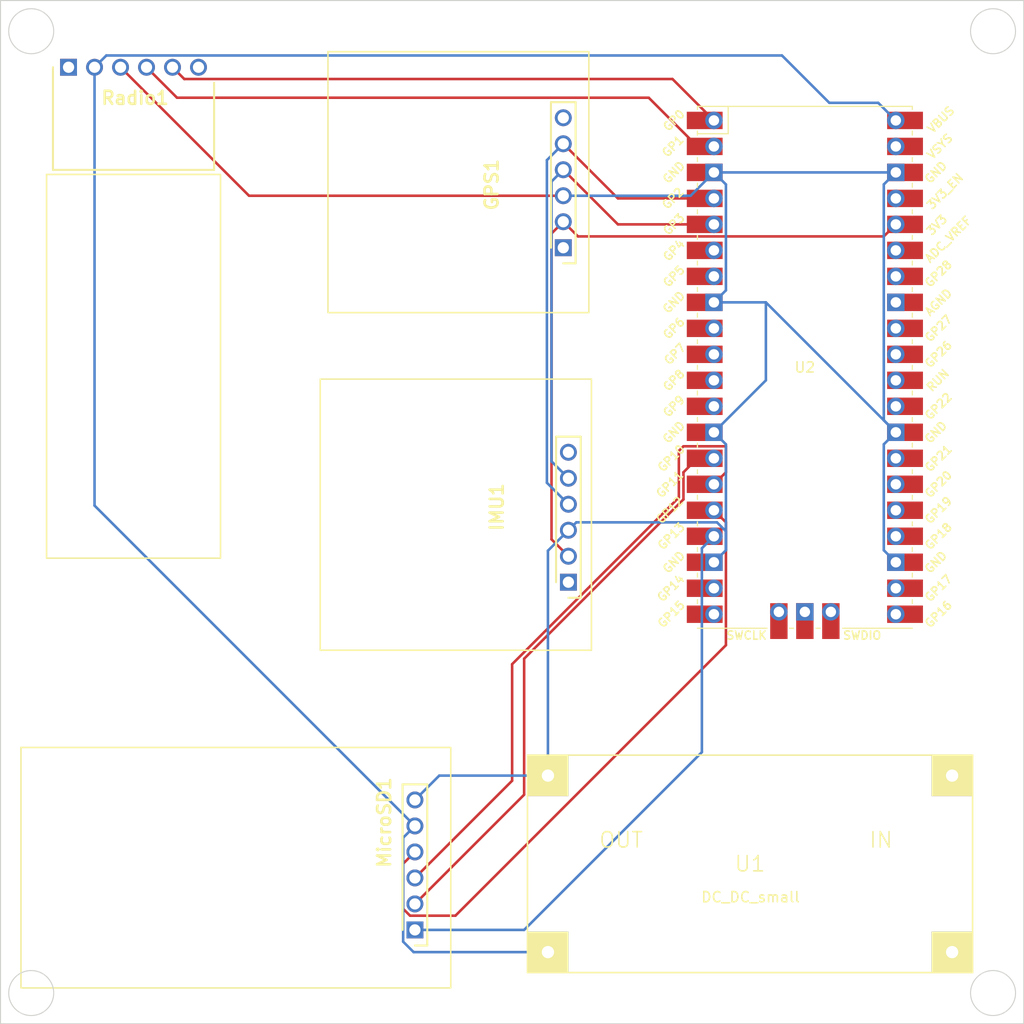
<source format=kicad_pcb>
(kicad_pcb (version 20221018) (generator pcbnew)
  (layers (0 "F.Cu" signal) (31 "B.Cu" signal) (34 "B.Paste" user) (35 "F.Paste" user) (36 "B.SilkS" user "B.Silkscreen") (37 "F.SilkS" user "F.Silkscreen") (38 "B.Mask" user) (39 "F.Mask" user) (44 "Edge.Cuts" user))
  (net 0 "")
  (net 2 "Net-(U2-GPIO2)")
  (net 3 "Net-(U2-GPIO3)")
  (net 4 "Net-(U2-3V3)")
  (net 8 "Net-(U2-GPIO12)")
  (net 9 "Net-(U2-GPIO11)")
  (net 10 "Net-(U2-GPIO10)")
  (net 11 "Net-(U2-GPIO13)")
  (net 13 "Net-(U2-GPIO1)")
  (net 14 "Net-(U2-GPIO0)")
  (net 40 "Net-(U1--OUT)")
  (net 41 "Net-(U1-+OUT)")
  (footprint "Header 1x6:RHDR6W64P254_1X6_1575X241X851P" (layer "F.Cu") (at 145.5 125.83 -90)
    (fp_text reference "MicroSD1" (at -10.5 3 90) (layer "F.SilkS") (effects (font (size 1.27 1.27) (thickness 0.254))))
    (fp_text value "SSQ-106-03-G-S" hide)
    (fp_line (start -14.225 -1.205) (end 1.525 -1.205) (stroke (width 0.2)) (layer "F.SilkS"))
    (fp_line (start -14.225 1.205) (end -14.225 -1.205) (stroke (width 0.2)) (layer "F.SilkS"))
    (fp_line (start 0 1.205) (end -14.225 1.205) (stroke (width 0.2)) (layer "F.SilkS"))
    (fp_line (start 1.525 -1.205) (end 1.525 0) (stroke (width 0.2)) (layer "F.SilkS"))
    (pad "1" thru_hole rect (at 0 0 270) (size 1.65 1.65) (drill 1.1) (layers "*.Cu" "*.Mask") (net 11 "Net-(U2-GPIO13)"))
    (pad "2" thru_hole circle (at -2.54 0 270) (size 1.65 1.65) (drill 1.1) (layers "*.Cu" "*.Mask") (net 10 "Net-(U2-GPIO10)"))
    (pad "3" thru_hole circle (at -5.08 0 270) (size 1.65 1.65) (drill 1.1) (layers "*.Cu" "*.Mask") (net 9 "Net-(U2-GPIO11)"))
    (pad "4" thru_hole circle (at -7.62 0 270) (size 1.65 1.65) (drill 1.1) (layers "*.Cu" "*.Mask") (net 8 "Net-(U2-GPIO12)"))
    (pad "5" thru_hole circle (at -10.16 0 270) (size 1.65 1.65) (drill 1.1) (layers "*.Cu" "*.Mask") (net 41 "Net-(U1-+OUT)"))
    (pad "6" thru_hole circle (at -12.7 0 270) (size 1.65 1.65) (drill 1.1) (layers "*.Cu" "*.Mask") (net 40 "Net-(U1--OUT)"))
  )
  (footprint "Header 1x6:RHDR6W64P254_1X6_1575X241X851P" (layer "F.Cu") (at 160.5 91.85 -90)
    (fp_text reference "IMU1" (at -7.35 7 90) (layer "F.SilkS") (effects (font (size 1.27 1.27) (thickness 0.254))))
    (fp_text value "SSQ-106-03-G-S" hide)
    (fp_line (start -14.225 -1.205) (end 1.525 -1.205) (stroke (width 0.2)) (layer "F.SilkS"))
    (fp_line (start -14.225 1.205) (end -14.225 -1.205) (stroke (width 0.2)) (layer "F.SilkS"))
    (fp_line (start 0 1.205) (end -14.225 1.205) (stroke (width 0.2)) (layer "F.SilkS"))
    (fp_line (start 1.525 -1.205) (end 1.525 0) (stroke (width 0.2)) (layer "F.SilkS"))
    (pad "1" thru_hole rect (at 0 0 270) (size 1.65 1.65) (drill 1.1) (layers "*.Cu" "*.Mask"))
    (pad "2" thru_hole circle (at -2.54 0 270) (size 1.65 1.65) (drill 1.1) (layers "*.Cu" "*.Mask") (net 4 "Net-(U2-3V3)"))
    (pad "3" thru_hole circle (at -5.08 0 270) (size 1.65 1.65) (drill 1.1) (layers "*.Cu" "*.Mask") (net 40 "Net-(U1--OUT)"))
    (pad "4" thru_hole circle (at -7.62 0 270) (size 1.65 1.65) (drill 1.1) (layers "*.Cu" "*.Mask") (net 2 "Net-(U2-GPIO2)"))
    (pad "5" thru_hole circle (at -10.16 0 270) (size 1.65 1.65) (drill 1.1) (layers "*.Cu" "*.Mask") (net 3 "Net-(U2-GPIO3)"))
    (pad "6" thru_hole circle (at -12.7 0 270) (size 1.65 1.65) (drill 1.1) (layers "*.Cu" "*.Mask"))
  )
  (footprint "DC_DC_LM2596_small:DC_DC_LM2596_small" (layer "F.Cu") (at 178.25 119.375 180)
    (fp_text reference "U1" (at 0 0) (layer "F.SilkS") (effects (font (size 1.5 1.5))))
    (fp_text value "DC_DC_small" (at -0.0508 -3.2512) (layer "F.SilkS"))
    (fp_text user "OUT" (at 12.5984 2.3368) (layer "F.SilkS") (effects (font (size 1.5 1.5))))
    (fp_text user "IN" (at -12.8016 2.3368) (layer "F.SilkS") (effects (font (size 1.5 1.5))))
    (fp_line (start -21.75 -10.625) (end -21.75 10.625) (stroke (width 0.15)) (layer "F.SilkS"))
    (fp_line (start -21.75 -10.625) (end 21.75 -10.625) (stroke (width 0.15)) (layer "F.SilkS"))
    (fp_line (start -21.75 10.625) (end 21.75 10.625) (stroke (width 0.15)) (layer "F.SilkS"))
    (fp_line (start 21.75 -10.625) (end 21.75 10.625) (stroke (width 0.15)) (layer "F.SilkS"))
    (pad "1" thru_hole rect (at -19.75 -8.625 180) (size 4 4) (drill 1.2) (layers "*.Cu" "*.Mask" "F.SilkS"))
    (pad "2" thru_hole rect (at -19.75 8.625 180) (size 4 4) (drill 1.2) (layers "*.Cu" "*.Mask" "F.SilkS"))
    (pad "3" thru_hole rect (at 19.75 -8.625 180) (size 4 4) (drill 1.2) (layers "*.Cu" "*.Mask" "F.SilkS") (net 41 "Net-(U1-+OUT)"))
    (pad "4" thru_hole rect (at 19.75 8.625 180) (size 4 4) (drill 1.2) (layers "*.Cu" "*.Mask" "F.SilkS") (net 40 "Net-(U1--OUT)"))
  )
  (footprint "Header 1x6 R:RHDRRA6W64P254_1X6_1575X851X241P" (layer "F.Cu") (at 111.65 41.5225 180)
    (fp_text reference "Radio1" (at -6.5 -3) (layer "F.SilkS") (effects (font (size 1.27 1.27) (thickness 0.254))))
    (fp_text value "SSQ-106-02-G-S-RA" hide)
    (fp_line (start -14.225 -10.03) (end -14.225 -1.52) (stroke (width 0.2)) (layer "F.SilkS"))
    (fp_line (start 1.525 -10.03) (end -14.225 -10.03) (stroke (width 0.2)) (layer "F.SilkS"))
    (fp_line (start 1.525 0) (end 1.525 -10.03) (stroke (width 0.2)) (layer "F.SilkS"))
    (pad "1" thru_hole rect (at 0 0 180) (size 1.65 1.65) (drill 1.1) (layers "*.Cu" "*.Mask"))
    (pad "2" thru_hole circle (at -2.54 0 180) (size 1.65 1.65) (drill 1.1) (layers "*.Cu" "*.Mask") (net 41 "Net-(U1-+OUT)"))
    (pad "3" thru_hole circle (at -5.08 0 180) (size 1.65 1.65) (drill 1.1) (layers "*.Cu" "*.Mask") (net 40 "Net-(U1--OUT)"))
    (pad "4" thru_hole circle (at -7.62 0 180) (size 1.65 1.65) (drill 1.1) (layers "*.Cu" "*.Mask") (net 13 "Net-(U2-GPIO1)"))
    (pad "5" thru_hole circle (at -10.16 0 180) (size 1.65 1.65) (drill 1.1) (layers "*.Cu" "*.Mask") (net 14 "Net-(U2-GPIO0)"))
    (pad "6" thru_hole circle (at -12.7 0 180) (size 1.65 1.65) (drill 1.1) (layers "*.Cu" "*.Mask"))
  )
  (footprint "MCU_RaspberryPi_and_Boards:RPi_Pico_SMD_TH" (layer "F.Cu") (at 183.61 70.85)
    (fp_text reference "U2" (at 0 0) (layer "F.SilkS"))
    (fp_text value "Pico")
    (fp_text user "GP15" (at -13.054 24.13 45) (layer "F.SilkS") (effects (font (size 0.8 0.8))))
    (fp_text user "GP10" (at -13.054 8.89 45) (layer "F.SilkS") (effects (font (size 0.8 0.8))))
    (fp_text user "GND" (at 12.8 -19.05 45) (layer "F.SilkS") (effects (font (size 0.8 0.8))))
    (fp_text user "VSYS" (at 13.2 -21.59 45) (layer "F.SilkS") (effects (font (size 0.8 0.8))))
    (fp_text user "GP18" (at 13.054 16.51 45) (layer "F.SilkS") (effects (font (size 0.8 0.8))))
    (fp_text user "GP2" (at -12.9 -16.51 45) (layer "F.SilkS") (effects (font (size 0.8 0.8))))
    (fp_text user "GP3" (at -12.8 -13.97 45) (layer "F.SilkS") (effects (font (size 0.8 0.8))))
    (fp_text user "GP22" (at 13.054 3.81 45) (layer "F.SilkS") (effects (font (size 0.8 0.8))))
    (fp_text user "GP7" (at -12.7 -1.3 45) (layer "F.SilkS") (effects (font (size 0.8 0.8))))
    (fp_text user "GP5" (at -12.8 -8.89 45) (layer "F.SilkS") (effects (font (size 0.8 0.8))))
    (fp_text user "GP9" (at -12.8 3.81 45) (layer "F.SilkS") (effects (font (size 0.8 0.8))))
    (fp_text user "GP21" (at 13.054 8.9 45) (layer "F.SilkS") (effects (font (size 0.8 0.8))))
    (fp_text user "GP26" (at 13.054 -1.27 45) (layer "F.SilkS") (effects (font (size 0.8 0.8))))
    (fp_text user "GND" (at -12.8 19.05 45) (layer "F.SilkS") (effects (font (size 0.8 0.8))))
    (fp_text user "GND" (at 12.8 19.05 45) (layer "F.SilkS") (effects (font (size 0.8 0.8))))
    (fp_text user "GP11" (at -13.2 11.43 45) (layer "F.SilkS") (effects (font (size 0.8 0.8))))
    (fp_text user "AGND" (at 13.054 -6.35 45) (layer "F.SilkS") (effects (font (size 0.8 0.8))))
    (fp_text user "GP19" (at 13.054 13.97 45) (layer "F.SilkS") (effects (font (size 0.8 0.8))))
    (fp_text user "GP0" (at -12.8 -24.13 45) (layer "F.SilkS") (effects (font (size 0.8 0.8))))
    (fp_text user "GND" (at -12.8 -6.35 45) (layer "F.SilkS") (effects (font (size 0.8 0.8))))
    (fp_text user "3V3_EN" (at 13.7 -17.2 45) (layer "F.SilkS") (effects (font (size 0.8 0.8))))
    (fp_text user "ADC_VREF" (at 14 -12.5 45) (layer "F.SilkS") (effects (font (size 0.8 0.8))))
    (fp_text user "3V3" (at 12.9 -13.9 45) (layer "F.SilkS") (effects (font (size 0.8 0.8))))
    (fp_text user "RUN" (at 13 1.27 45) (layer "F.SilkS") (effects (font (size 0.8 0.8))))
    (fp_text user "GP4" (at -12.8 -11.43 45) (layer "F.SilkS") (effects (font (size 0.8 0.8))))
    (fp_text user "SWCLK" (at -5.7 26.2) (layer "F.SilkS") (effects (font (size 0.8 0.8))))
    (fp_text user "GP12" (at -13.2 13.97 45) (layer "F.SilkS") (effects (font (size 0.8 0.8))))
    (fp_text user "GP27" (at 13.054 -3.8 45) (layer "F.SilkS") (effects (font (size 0.8 0.8))))
    (fp_text user "GP1" (at -12.9 -21.6 45) (layer "F.SilkS") (effects (font (size 0.8 0.8))))
    (fp_text user "GP13" (at -13.054 16.51 45) (layer "F.SilkS") (effects (font (size 0.8 0.8))))
    (fp_text user "GND" (at -12.8 6.35 45) (layer "F.SilkS") (effects (font (size 0.8 0.8))))
    (fp_text user "VBUS" (at 13.3 -24.2 45) (layer "F.SilkS") (effects (font (size 0.8 0.8))))
    (fp_text user "GP17" (at 13.054 21.59 45) (layer "F.SilkS") (effects (font (size 0.8 0.8))))
    (fp_text user "GND" (at -12.8 -19.05 45) (layer "F.SilkS") (effects (font (size 0.8 0.8))))
    (fp_text user "GP14" (at -13.1 21.59 45) (layer "F.SilkS") (effects (font (size 0.8 0.8))))
    (fp_text user "SWDIO" (at 5.6 26.2) (layer "F.SilkS") (effects (font (size 0.8 0.8))))
    (fp_text user "GP28" (at 13.054 -9.144 45) (layer "F.SilkS") (effects (font (size 0.8 0.8))))
    (fp_text user "GP20" (at 13.054 11.43 45) (layer "F.SilkS") (effects (font (size 0.8 0.8))))
    (fp_text user "GP6" (at -12.8 -3.81 45) (layer "F.SilkS") (effects (font (size 0.8 0.8))))
    (fp_text user "GP16" (at 13.054 24.13 45) (layer "F.SilkS") (effects (font (size 0.8 0.8))))
    (fp_text user "GND" (at 12.8 6.35 45) (layer "F.SilkS") (effects (font (size 0.8 0.8))))
    (fp_text user "GP8" (at -12.8 1.27 45) (layer "F.SilkS") (effects (font (size 0.8 0.8))))
    (fp_line (start -10.5 -25.5) (end -10.5 -25.2) (stroke (width 0.12)) (layer "F.SilkS"))
    (fp_line (start -10.5 -25.5) (end 10.5 -25.5) (stroke (width 0.12)) (layer "F.SilkS"))
    (fp_line (start -10.5 -23.1) (end -10.5 -22.7) (stroke (width 0.12)) (layer "F.SilkS"))
    (fp_line (start -10.5 -22.833) (end -7.493 -22.833) (stroke (width 0.12)) (layer "F.SilkS"))
    (fp_line (start -10.5 -20.5) (end -10.5 -20.1) (stroke (width 0.12)) (layer "F.SilkS"))
    (fp_line (start -10.5 -18) (end -10.5 -17.6) (stroke (width 0.12)) (layer "F.SilkS"))
    (fp_line (start -10.5 -15.4) (end -10.5 -15) (stroke (width 0.12)) (layer "F.SilkS"))
    (fp_line (start -10.5 -12.9) (end -10.5 -12.5) (stroke (width 0.12)) (layer "F.SilkS"))
    (fp_line (start -10.5 -10.4) (end -10.5 -10) (stroke (width 0.12)) (layer "F.SilkS"))
    (fp_line (start -10.5 -7.8) (end -10.5 -7.4) (stroke (width 0.12)) (layer "F.SilkS"))
    (fp_line (start -10.5 -5.3) (end -10.5 -4.9) (stroke (width 0.12)) (layer "F.SilkS"))
    (fp_line (start -10.5 -2.7) (end -10.5 -2.3) (stroke (width 0.12)) (layer "F.SilkS"))
    (fp_line (start -10.5 -0.2) (end -10.5 0.2) (stroke (width 0.12)) (layer "F.SilkS"))
    (fp_line (start -10.5 2.3) (end -10.5 2.7) (stroke (width 0.12)) (layer "F.SilkS"))
    (fp_line (start -10.5 4.9) (end -10.5 5.3) (stroke (width 0.12)) (layer "F.SilkS"))
    (fp_line (start -10.5 7.4) (end -10.5 7.8) (stroke (width 0.12)) (layer "F.SilkS"))
    (fp_line (start -10.5 10) (end -10.5 10.4) (stroke (width 0.12)) (layer "F.SilkS"))
    (fp_line (start -10.5 12.5) (end -10.5 12.9) (stroke (width 0.12)) (layer "F.SilkS"))
    (fp_line (start -10.5 15.1) (end -10.5 15.5) (stroke (width 0.12)) (layer "F.SilkS"))
    (fp_line (start -10.5 17.6) (end -10.5 18) (stroke (width 0.12)) (layer "F.SilkS"))
    (fp_line (start -10.5 20.1) (end -10.5 20.5) (stroke (width 0.12)) (layer "F.SilkS"))
    (fp_line (start -10.5 22.7) (end -10.5 23.1) (stroke (width 0.12)) (layer "F.SilkS"))
    (fp_line (start -7.493 -22.833) (end -7.493 -25.5) (stroke (width 0.12)) (layer "F.SilkS"))
    (fp_line (start -3.7 25.5) (end -10.5 25.5) (stroke (width 0.12)) (layer "F.SilkS"))
    (fp_line (start -1.5 25.5) (end -1.1 25.5) (stroke (width 0.12)) (layer "F.SilkS"))
    (fp_line (start 1.1 25.5) (end 1.5 25.5) (stroke (width 0.12)) (layer "F.SilkS"))
    (fp_line (start 10.5 -25.5) (end 10.5 -25.2) (stroke (width 0.12)) (layer "F.SilkS"))
    (fp_line (start 10.5 -23.1) (end 10.5 -22.7) (stroke (width 0.12)) (layer "F.SilkS"))
    (fp_line (start 10.5 -20.5) (end 10.5 -20.1) (stroke (width 0.12)) (layer "F.SilkS"))
    (fp_line (start 10.5 -18) (end 10.5 -17.6) (stroke (width 0.12)) (layer "F.SilkS"))
    (fp_line (start 10.5 -15.4) (end 10.5 -15) (stroke (width 0.12)) (layer "F.SilkS"))
    (fp_line (start 10.5 -12.9) (end 10.5 -12.5) (stroke (width 0.12)) (layer "F.SilkS"))
    (fp_line (start 10.5 -10.4) (end 10.5 -10) (stroke (width 0.12)) (layer "F.SilkS"))
    (fp_line (start 10.5 -7.8) (end 10.5 -7.4) (stroke (width 0.12)) (layer "F.SilkS"))
    (fp_line (start 10.5 -5.3) (end 10.5 -4.9) (stroke (width 0.12)) (layer "F.SilkS"))
    (fp_line (start 10.5 -2.7) (end 10.5 -2.3) (stroke (width 0.12)) (layer "F.SilkS"))
    (fp_line (start 10.5 -0.2) (end 10.5 0.2) (stroke (width 0.12)) (layer "F.SilkS"))
    (fp_line (start 10.5 2.3) (end 10.5 2.7) (stroke (width 0.12)) (layer "F.SilkS"))
    (fp_line (start 10.5 4.9) (end 10.5 5.3) (stroke (width 0.12)) (layer "F.SilkS"))
    (fp_line (start 10.5 7.4) (end 10.5 7.8) (stroke (width 0.12)) (layer "F.SilkS"))
    (fp_line (start 10.5 10) (end 10.5 10.4) (stroke (width 0.12)) (layer "F.SilkS"))
    (fp_line (start 10.5 12.5) (end 10.5 12.9) (stroke (width 0.12)) (layer "F.SilkS"))
    (fp_line (start 10.5 15.1) (end 10.5 15.5) (stroke (width 0.12)) (layer "F.SilkS"))
    (fp_line (start 10.5 17.6) (end 10.5 18) (stroke (width 0.12)) (layer "F.SilkS"))
    (fp_line (start 10.5 20.1) (end 10.5 20.5) (stroke (width 0.12)) (layer "F.SilkS"))
    (fp_line (start 10.5 22.7) (end 10.5 23.1) (stroke (width 0.12)) (layer "F.SilkS"))
    (fp_line (start 10.5 25.5) (end 3.7 25.5) (stroke (width 0.12)) (layer "F.SilkS"))
    (pad "" np_thru_hole oval (at -2.725 -24) (size 1.8 1.8) (drill 1.8) (layers "*.Cu" "*.Mask"))
    (pad "" np_thru_hole oval (at -2.425 -20.97) (size 1.5 1.5) (drill 1.5) (layers "*.Cu" "*.Mask"))
    (pad "" np_thru_hole oval (at 2.425 -20.97) (size 1.5 1.5) (drill 1.5) (layers "*.Cu" "*.Mask"))
    (pad "" np_thru_hole oval (at 2.725 -24) (size 1.8 1.8) (drill 1.8) (layers "*.Cu" "*.Mask"))
    (pad "1" thru_hole oval (at -8.89 -24.13) (size 1.7 1.7) (drill 1.02) (layers "*.Cu" "*.Mask") (net 14 "Net-(U2-GPIO0)"))
    (pad "1" smd rect (at -8.89 -24.13) (size 3.5 1.7) (drill (offset -0.9 0)) (layers "F.Cu" "F.Mask") (net 14 "Net-(U2-GPIO0)"))
    (pad "2" thru_hole oval (at -8.89 -21.59) (size 1.7 1.7) (drill 1.02) (layers "*.Cu" "*.Mask") (net 13 "Net-(U2-GPIO1)"))
    (pad "2" smd rect (at -8.89 -21.59) (size 3.5 1.7) (drill (offset -0.9 0)) (layers "F.Cu" "F.Mask") (net 13 "Net-(U2-GPIO1)"))
    (pad "3" thru_hole rect (at -8.89 -19.05) (size 1.7 1.7) (drill 1.02) (layers "*.Cu" "*.Mask") (net 40 "Net-(U1--OUT)"))
    (pad "3" smd rect (at -8.89 -19.05) (size 3.5 1.7) (drill (offset -0.9 0)) (layers "F.Cu" "F.Mask") (net 40 "Net-(U1--OUT)"))
    (pad "4" thru_hole oval (at -8.89 -16.51) (size 1.7 1.7) (drill 1.02) (layers "*.Cu" "*.Mask") (net 2 "Net-(U2-GPIO2)"))
    (pad "4" smd rect (at -8.89 -16.51) (size 3.5 1.7) (drill (offset -0.9 0)) (layers "F.Cu" "F.Mask") (net 2 "Net-(U2-GPIO2)"))
    (pad "5" thru_hole oval (at -8.89 -13.97) (size 1.7 1.7) (drill 1.02) (layers "*.Cu" "*.Mask") (net 3 "Net-(U2-GPIO3)"))
    (pad "5" smd rect (at -8.89 -13.97) (size 3.5 1.7) (drill (offset -0.9 0)) (layers "F.Cu" "F.Mask") (net 3 "Net-(U2-GPIO3)"))
    (pad "6" thru_hole oval (at -8.89 -11.43) (size 1.7 1.7) (drill 1.02) (layers "*.Cu" "*.Mask"))
    (pad "6" smd rect (at -8.89 -11.43) (size 3.5 1.7) (drill (offset -0.9 0)) (layers "F.Cu" "F.Mask"))
    (pad "7" thru_hole oval (at -8.89 -8.89) (size 1.7 1.7) (drill 1.02) (layers "*.Cu" "*.Mask"))
    (pad "7" smd rect (at -8.89 -8.89) (size 3.5 1.7) (drill (offset -0.9 0)) (layers "F.Cu" "F.Mask"))
    (pad "8" thru_hole rect (at -8.89 -6.35) (size 1.7 1.7) (drill 1.02) (layers "*.Cu" "*.Mask") (net 40 "Net-(U1--OUT)"))
    (pad "8" smd rect (at -8.89 -6.35) (size 3.5 1.7) (drill (offset -0.9 0)) (layers "F.Cu" "F.Mask") (net 40 "Net-(U1--OUT)"))
    (pad "9" thru_hole oval (at -8.89 -3.81) (size 1.7 1.7) (drill 1.02) (layers "*.Cu" "*.Mask"))
    (pad "9" smd rect (at -8.89 -3.81) (size 3.5 1.7) (drill (offset -0.9 0)) (layers "F.Cu" "F.Mask"))
    (pad "10" thru_hole oval (at -8.89 -1.27) (size 1.7 1.7) (drill 1.02) (layers "*.Cu" "*.Mask"))
    (pad "10" smd rect (at -8.89 -1.27) (size 3.5 1.7) (drill (offset -0.9 0)) (layers "F.Cu" "F.Mask"))
    (pad "11" thru_hole oval (at -8.89 1.27) (size 1.7 1.7) (drill 1.02) (layers "*.Cu" "*.Mask"))
    (pad "11" smd rect (at -8.89 1.27) (size 3.5 1.7) (drill (offset -0.9 0)) (layers "F.Cu" "F.Mask"))
    (pad "12" thru_hole oval (at -8.89 3.81) (size 1.7 1.7) (drill 1.02) (layers "*.Cu" "*.Mask"))
    (pad "12" smd rect (at -8.89 3.81) (size 3.5 1.7) (drill (offset -0.9 0)) (layers "F.Cu" "F.Mask"))
    (pad "13" thru_hole rect (at -8.89 6.35) (size 1.7 1.7) (drill 1.02) (layers "*.Cu" "*.Mask") (net 40 "Net-(U1--OUT)"))
    (pad "13" smd rect (at -8.89 6.35) (size 3.5 1.7) (drill (offset -0.9 0)) (layers "F.Cu" "F.Mask") (net 40 "Net-(U1--OUT)"))
    (pad "14" thru_hole oval (at -8.89 8.89) (size 1.7 1.7) (drill 1.02) (layers "*.Cu" "*.Mask") (net 10 "Net-(U2-GPIO10)"))
    (pad "14" smd rect (at -8.89 8.89) (size 3.5 1.7) (drill (offset -0.9 0)) (layers "F.Cu" "F.Mask") (net 10 "Net-(U2-GPIO10)"))
    (pad "15" thru_hole oval (at -8.89 11.43) (size 1.7 1.7) (drill 1.02) (layers "*.Cu" "*.Mask") (net 9 "Net-(U2-GPIO11)"))
    (pad "15" smd rect (at -8.89 11.43) (size 3.5 1.7) (drill (offset -0.9 0)) (layers "F.Cu" "F.Mask") (net 9 "Net-(U2-GPIO11)"))
    (pad "16" thru_hole oval (at -8.89 13.97) (size 1.7 1.7) (drill 1.02) (layers "*.Cu" "*.Mask") (net 8 "Net-(U2-GPIO12)"))
    (pad "16" smd rect (at -8.89 13.97) (size 3.5 1.7) (drill (offset -0.9 0)) (layers "F.Cu" "F.Mask") (net 8 "Net-(U2-GPIO12)"))
    (pad "17" thru_hole oval (at -8.89 16.51) (size 1.7 1.7) (drill 1.02) (layers "*.Cu" "*.Mask") (net 11 "Net-(U2-GPIO13)"))
    (pad "17" smd rect (at -8.89 16.51) (size 3.5 1.7) (drill (offset -0.9 0)) (layers "F.Cu" "F.Mask") (net 11 "Net-(U2-GPIO13)"))
    (pad "18" thru_hole rect (at -8.89 19.05) (size 1.7 1.7) (drill 1.02) (layers "*.Cu" "*.Mask") (net 40 "Net-(U1--OUT)"))
    (pad "18" smd rect (at -8.89 19.05) (size 3.5 1.7) (drill (offset -0.9 0)) (layers "F.Cu" "F.Mask") (net 40 "Net-(U1--OUT)"))
    (pad "19" thru_hole oval (at -8.89 21.59) (size 1.7 1.7) (drill 1.02) (layers "*.Cu" "*.Mask"))
    (pad "19" smd rect (at -8.89 21.59) (size 3.5 1.7) (drill (offset -0.9 0)) (layers "F.Cu" "F.Mask"))
    (pad "20" thru_hole oval (at -8.89 24.13) (size 1.7 1.7) (drill 1.02) (layers "*.Cu" "*.Mask"))
    (pad "20" smd rect (at -8.89 24.13) (size 3.5 1.7) (drill (offset -0.9 0)) (layers "F.Cu" "F.Mask"))
    (pad "21" thru_hole oval (at 8.89 24.13) (size 1.7 1.7) (drill 1.02) (layers "*.Cu" "*.Mask"))
    (pad "21" smd rect (at 8.89 24.13) (size 3.5 1.7) (drill (offset 0.9 0)) (layers "F.Cu" "F.Mask"))
    (pad "22" thru_hole oval (at 8.89 21.59) (size 1.7 1.7) (drill 1.02) (layers "*.Cu" "*.Mask"))
    (pad "22" smd rect (at 8.89 21.59) (size 3.5 1.7) (drill (offset 0.9 0)) (layers "F.Cu" "F.Mask"))
    (pad "23" thru_hole rect (at 8.89 19.05) (size 1.7 1.7) (drill 1.02) (layers "*.Cu" "*.Mask") (net 40 "Net-(U1--OUT)"))
    (pad "23" smd rect (at 8.89 19.05) (size 3.5 1.7) (drill (offset 0.9 0)) (layers "F.Cu" "F.Mask") (net 40 "Net-(U1--OUT)"))
    (pad "24" thru_hole oval (at 8.89 16.51) (size 1.7 1.7) (drill 1.02) (layers "*.Cu" "*.Mask"))
    (pad "24" smd rect (at 8.89 16.51) (size 3.5 1.7) (drill (offset 0.9 0)) (layers "F.Cu" "F.Mask"))
    (pad "25" thru_hole oval (at 8.89 13.97) (size 1.7 1.7) (drill 1.02) (layers "*.Cu" "*.Mask"))
    (pad "25" smd rect (at 8.89 13.97) (size 3.5 1.7) (drill (offset 0.9 0)) (layers "F.Cu" "F.Mask"))
    (pad "26" thru_hole oval (at 8.89 11.43) (size 1.7 1.7) (drill 1.02) (layers "*.Cu" "*.Mask"))
    (pad "26" smd rect (at 8.89 11.43) (size 3.5 1.7) (drill (offset 0.9 0)) (layers "F.Cu" "F.Mask"))
    (pad "27" thru_hole oval (at 8.89 8.89) (size 1.7 1.7) (drill 1.02) (layers "*.Cu" "*.Mask"))
    (pad "27" smd rect (at 8.89 8.89) (size 3.5 1.7) (drill (offset 0.9 0)) (layers "F.Cu" "F.Mask"))
    (pad "28" thru_hole rect (at 8.89 6.35) (size 1.7 1.7) (drill 1.02) (layers "*.Cu" "*.Mask") (net 40 "Net-(U1--OUT)"))
    (pad "28" smd rect (at 8.89 6.35) (size 3.5 1.7) (drill (offset 0.9 0)) (layers "F.Cu" "F.Mask") (net 40 "Net-(U1--OUT)"))
    (pad "29" thru_hole oval (at 8.89 3.81) (size 1.7 1.7) (drill 1.02) (layers "*.Cu" "*.Mask"))
    (pad "29" smd rect (at 8.89 3.81) (size 3.5 1.7) (drill (offset 0.9 0)) (layers "F.Cu" "F.Mask"))
    (pad "30" thru_hole oval (at 8.89 1.27) (size 1.7 1.7) (drill 1.02) (layers "*.Cu" "*.Mask"))
    (pad "30" smd rect (at 8.89 1.27) (size 3.5 1.7) (drill (offset 0.9 0)) (layers "F.Cu" "F.Mask"))
    (pad "31" thru_hole oval (at 8.89 -1.27) (size 1.7 1.7) (drill 1.02) (layers "*.Cu" "*.Mask"))
    (pad "31" smd rect (at 8.89 -1.27) (size 3.5 1.7) (drill (offset 0.9 0)) (layers "F.Cu" "F.Mask"))
    (pad "32" thru_hole oval (at 8.89 -3.81) (size 1.7 1.7) (drill 1.02) (layers "*.Cu" "*.Mask"))
    (pad "32" smd rect (at 8.89 -3.81) (size 3.5 1.7) (drill (offset 0.9 0)) (layers "F.Cu" "F.Mask"))
    (pad "33" thru_hole rect (at 8.89 -6.35) (size 1.7 1.7) (drill 1.02) (layers "*.Cu" "*.Mask"))
    (pad "33" smd rect (at 8.89 -6.35) (size 3.5 1.7) (drill (offset 0.9 0)) (layers "F.Cu" "F.Mask"))
    (pad "34" thru_hole oval (at 8.89 -8.89) (size 1.7 1.7) (drill 1.02) (layers "*.Cu" "*.Mask"))
    (pad "34" smd rect (at 8.89 -8.89) (size 3.5 1.7) (drill (offset 0.9 0)) (layers "F.Cu" "F.Mask"))
    (pad "35" thru_hole oval (at 8.89 -11.43) (size 1.7 1.7) (drill 1.02) (layers "*.Cu" "*.Mask"))
    (pad "35" smd rect (at 8.89 -11.43) (size 3.5 1.7) (drill (offset 0.9 0)) (layers "F.Cu" "F.Mask"))
    (pad "36" thru_hole oval (at 8.89 -13.97) (size 1.7 1.7) (drill 1.02) (layers "*.Cu" "*.Mask") (net 4 "Net-(U2-3V3)"))
    (pad "36" smd rect (at 8.89 -13.97) (size 3.5 1.7) (drill (offset 0.9 0)) (layers "F.Cu" "F.Mask") (net 4 "Net-(U2-3V3)"))
    (pad "37" thru_hole oval (at 8.89 -16.51) (size 1.7 1.7) (drill 1.02) (layers "*.Cu" "*.Mask"))
    (pad "37" smd rect (at 8.89 -16.51) (size 3.5 1.7) (drill (offset 0.9 0)) (layers "F.Cu" "F.Mask"))
    (pad "38" thru_hole rect (at 8.89 -19.05) (size 1.7 1.7) (drill 1.02) (layers "*.Cu" "*.Mask") (net 40 "Net-(U1--OUT)"))
    (pad "38" smd rect (at 8.89 -19.05) (size 3.5 1.7) (drill (offset 0.9 0)) (layers "F.Cu" "F.Mask") (net 40 "Net-(U1--OUT)"))
    (pad "39" thru_hole oval (at 8.89 -21.59) (size 1.7 1.7) (drill 1.02) (layers "*.Cu" "*.Mask"))
    (pad "39" smd rect (at 8.89 -21.59) (size 3.5 1.7) (drill (offset 0.9 0)) (layers "F.Cu" "F.Mask"))
    (pad "40" thru_hole oval (at 8.89 -24.13) (size 1.7 1.7) (drill 1.02) (layers "*.Cu" "*.Mask") (net 41 "Net-(U1-+OUT)"))
    (pad "40" smd rect (at 8.89 -24.13) (size 3.5 1.7) (drill (offset 0.9 0)) (layers "F.Cu" "F.Mask") (net 41 "Net-(U1-+OUT)"))
    (pad "41" thru_hole oval (at -2.54 23.9) (size 1.7 1.7) (drill 1.02) (layers "*.Cu" "*.Mask"))
    (pad "41" smd rect (at -2.54 23.9 90) (size 3.5 1.7) (drill (offset -0.9 0)) (layers "F.Cu" "F.Mask"))
    (pad "42" thru_hole rect (at 0 23.9) (size 1.7 1.7) (drill 1.02) (layers "*.Cu" "*.Mask"))
    (pad "42" smd rect (at 0 23.9 90) (size 3.5 1.7) (drill (offset -0.9 0)) (layers "F.Cu" "F.Mask"))
    (pad "43" thru_hole oval (at 2.54 23.9) (size 1.7 1.7) (drill 1.02) (layers "*.Cu" "*.Mask"))
    (pad "43" smd rect (at 2.54 23.9 90) (size 3.5 1.7) (drill (offset -0.9 0)) (layers "F.Cu" "F.Mask"))
  )
  (footprint "Header 1x6:RHDR6W64P254_1X6_1575X241X851P" (layer "F.Cu") (at 160 59.16 -90)
    (fp_text reference "GPS1" (at -6.16 7 90) (layer "F.SilkS") (effects (font (size 1.27 1.27) (thickness 0.254))))
    (fp_text value "SSQ-106-03-G-S" hide)
    (fp_line (start -14.225 -1.205) (end 1.525 -1.205) (stroke (width 0.2)) (layer "F.SilkS"))
    (fp_line (start -14.225 1.205) (end -14.225 -1.205) (stroke (width 0.2)) (layer "F.SilkS"))
    (fp_line (start 0 1.205) (end -14.225 1.205) (stroke (width 0.2)) (layer "F.SilkS"))
    (fp_line (start 1.525 -1.205) (end 1.525 0) (stroke (width 0.2)) (layer "F.SilkS"))
    (pad "1" thru_hole rect (at 0 0 270) (size 1.65 1.65) (drill 1.1) (layers "*.Cu" "*.Mask"))
    (pad "2" thru_hole circle (at -2.54 0 270) (size 1.65 1.65) (drill 1.1) (layers "*.Cu" "*.Mask") (net 4 "Net-(U2-3V3)"))
    (pad "3" thru_hole circle (at -5.08 0 270) (size 1.65 1.65) (drill 1.1) (layers "*.Cu" "*.Mask") (net 40 "Net-(U1--OUT)"))
    (pad "4" thru_hole circle (at -7.62 0 270) (size 1.65 1.65) (drill 1.1) (layers "*.Cu" "*.Mask") (net 3 "Net-(U2-GPIO3)"))
    (pad "5" thru_hole circle (at -10.16 0 270) (size 1.65 1.65) (drill 1.1) (layers "*.Cu" "*.Mask") (net 2 "Net-(U2-GPIO2)"))
    (pad "6" thru_hole circle (at -12.7 0 270) (size 1.65 1.65) (drill 1.1) (layers "*.Cu" "*.Mask"))
  )
  (gr_rect (start 109.5 52) (end 126.5 89.5) (stroke (width 0.15)) (fill none) (layer "F.SilkS"))
  (gr_rect (start 136.25 72) (end 162.75 98.5) (stroke (width 0.15)) (fill none) (layer "F.SilkS"))
  (gr_rect (start 107 108) (end 149 131.5) (stroke (width 0.15)) (fill none) (layer "F.SilkS"))
  (gr_rect (start 137 40) (end 162.5 65.5) (stroke (width 0.15)) (fill none) (layer "F.SilkS"))
  (gr_circle (center 108 132) (end 110.2 132) (stroke (width 0.1)) (fill none) (layer "Edge.Cuts"))
  (gr_rect (start 105 35) (end 205 135) (stroke (width 0.1)) (fill none) (layer "Edge.Cuts"))
  (gr_circle (center 108 38) (end 110.2 38) (stroke (width 0.1)) (fill none) (layer "Edge.Cuts"))
  (gr_circle (center 202 38) (end 204.2 38) (stroke (width 0.1)) (fill none) (layer "Edge.Cuts"))
  (gr_circle (center 202 132) (end 204.2 132) (stroke (width 0.1)) (fill none) (layer "Edge.Cuts"))
  (segment (start 165.34 54.34) (end 174.72 54.34) (width 0.25) (layer "F.Cu") (net 2))
  (segment (start 160 49) (end 165.34 54.34) (width 0.25) (layer "F.Cu") (net 2))
  (segment (start 158.4 82.13) (end 158.4 50.6) (width 0.25) (layer "B.Cu") (net 2))
  (segment (start 160.5 84.23) (end 158.4 82.13) (width 0.25) (layer "B.Cu") (net 2))
  (segment (start 158.4 50.6) (end 160 49) (width 0.25) (layer "B.Cu") (net 2))
  (segment (start 160 51.54) (end 165.34 56.88) (width 0.25) (layer "F.Cu") (net 3))
  (segment (start 165.34 56.88) (end 174.72 56.88) (width 0.25) (layer "F.Cu") (net 3))
  (segment (start 160.5 81.69) (end 158.85 80.04) (width 0.25) (layer "B.Cu") (net 3))
  (segment (start 158.85 80.04) (end 158.85 52.69) (width 0.25) (layer "B.Cu") (net 3))
  (segment (start 158.85 52.69) (end 160 51.54) (width 0.25) (layer "B.Cu") (net 3))
  (segment (start 158.85 57.77) (end 158.85 87.66) (width 0.25) (layer "F.Cu") (net 4))
  (segment (start 160 56.62) (end 158.85 57.77) (width 0.25) (layer "F.Cu") (net 4))
  (segment (start 161.435 58.055) (end 191.325 58.055) (width 0.25) (layer "F.Cu") (net 4))
  (segment (start 191.325 58.055) (end 192.5 56.88) (width 0.25) (layer "F.Cu") (net 4))
  (segment (start 158.85 87.66) (end 160.5 89.31) (width 0.25) (layer "F.Cu") (net 4))
  (segment (start 160 56.62) (end 161.435 58.055) (width 0.25) (layer "F.Cu") (net 4))
  (segment (start 144.35 119.36) (end 144.35 123.766346) (width 0.25) (layer "F.Cu") (net 8))
  (segment (start 149.46 124.44) (end 175.895 98.005) (width 0.25) (layer "F.Cu") (net 8))
  (segment (start 145.023654 124.44) (end 149.46 124.44) (width 0.25) (layer "F.Cu") (net 8))
  (segment (start 145.5 118.21) (end 144.35 119.36) (width 0.25) (layer "F.Cu") (net 8))
  (segment (start 175.895 85.995) (end 174.72 84.82) (width 0.25) (layer "F.Cu") (net 8))
  (segment (start 144.35 123.766346) (end 145.023654 124.44) (width 0.25) (layer "F.Cu") (net 8))
  (segment (start 175.895 98.005) (end 175.895 85.995) (width 0.25) (layer "F.Cu") (net 8))
  (segment (start 145.5 120.75) (end 155 111.25) (width 0.25) (layer "F.Cu") (net 9))
  (segment (start 171.745 78.565) (end 175.895 78.565) (width 0.25) (layer "F.Cu") (net 9))
  (segment (start 175.895 81.105) (end 174.72 82.28) (width 0.25) (layer "F.Cu") (net 9))
  (segment (start 155 99.863604) (end 171.295 83.568604) (width 0.25) (layer "F.Cu") (net 9))
  (segment (start 171.295 83.568604) (end 171.295 79.015) (width 0.25) (layer "F.Cu") (net 9))
  (segment (start 155 111.25) (end 155 99.863604) (width 0.25) (layer "F.Cu") (net 9))
  (segment (start 171.295 79.015) (end 171.745 78.565) (width 0.25) (layer "F.Cu") (net 9))
  (segment (start 175.895 78.565) (end 175.895 81.105) (width 0.25) (layer "F.Cu") (net 9))
  (segment (start 171.745 83.755) (end 171.745 81.105) (width 0.25) (layer "F.Cu") (net 10))
  (segment (start 173.11 79.74) (end 174.72 79.74) (width 0.25) (layer "F.Cu") (net 10))
  (segment (start 171.745 81.105) (end 173.11 79.74) (width 0.25) (layer "F.Cu") (net 10))
  (segment (start 156.175 112.615) (end 156.175 99.325) (width 0.25) (layer "F.Cu") (net 10))
  (segment (start 145.5 123.29) (end 156.175 112.615) (width 0.25) (layer "F.Cu") (net 10))
  (segment (start 156.175 99.325) (end 171.745 83.755) (width 0.25) (layer "F.Cu") (net 10))
  (segment (start 173.545 108.46) (end 173.545 88.535) (width 0.25) (layer "B.Cu") (net 11))
  (segment (start 173.545 88.535) (end 174.72 87.36) (width 0.25) (layer "B.Cu") (net 11))
  (segment (start 156.175 125.83) (end 173.545 108.46) (width 0.25) (layer "B.Cu") (net 11))
  (segment (start 145.5 125.83) (end 156.175 125.83) (width 0.25) (layer "B.Cu") (net 11))
  (segment (start 119.27 41.5225) (end 122.2475 44.5) (width 0.25) (layer "F.Cu") (net 13))
  (segment (start 168.35 44.5) (end 173.11 49.26) (width 0.25) (layer "F.Cu") (net 13))
  (segment (start 122.2475 44.5) (end 168.35 44.5) (width 0.25) (layer "F.Cu") (net 13))
  (segment (start 173.11 49.26) (end 174.72 49.26) (width 0.25) (layer "F.Cu") (net 13))
  (segment (start 121.81 41.5225) (end 122.96 42.6725) (width 0.25) (layer "F.Cu") (net 14))
  (segment (start 122.96 42.6725) (end 170.6725 42.6725) (width 0.25) (layer "F.Cu") (net 14))
  (segment (start 170.6725 42.6725) (end 174.72 46.72) (width 0.25) (layer "F.Cu") (net 14))
  (segment (start 116.73 41.5225) (end 129.2875 54.08) (width 0.25) (layer "F.Cu") (net 40))
  (segment (start 129.2875 54.08) (end 160 54.08) (width 0.25) (layer "F.Cu") (net 40))
  (segment (start 160 54.08) (end 172.44 54.08) (width 0.25) (layer "B.Cu") (net 40))
  (segment (start 192.5 89.9) (end 191.325 88.725) (width 0.25) (layer "B.Cu") (net 40))
  (segment (start 175.895 88.725) (end 175.895 86.873299) (width 0.25) (layer "B.Cu") (net 40))
  (segment (start 174.72 51.8) (end 192.5 51.8) (width 0.25) (layer "B.Cu") (net 40))
  (segment (start 174.72 77.2) (end 175.895 78.375) (width 0.25) (layer "B.Cu") (net 40))
  (segment (start 191.325 88.725) (end 191.325 78.375) (width 0.25) (layer "B.Cu") (net 40))
  (segment (start 158.5 88.77) (end 160.5 86.77) (width 0.25) (layer "B.Cu") (net 40))
  (segment (start 179.8 64.5) (end 192.5 77.2) (width 0.25) (layer "B.Cu") (net 40))
  (segment (start 192.5 51.8) (end 191.325 52.975) (width 0.25) (layer "B.Cu") (net 40))
  (segment (start 174.72 64.5) (end 179.8 64.5) (width 0.25) (layer "B.Cu") (net 40))
  (segment (start 174.72 77.2) (end 179.8 72.12) (width 0.25) (layer "B.Cu") (net 40))
  (segment (start 191.325 52.975) (end 191.325 76.025) (width 0.25) (layer "B.Cu") (net 40))
  (segment (start 161.27 86) (end 160.5 86.77) (width 0.25) (layer "B.Cu") (net 40))
  (segment (start 175.895 86.873299) (end 175.021701 86) (width 0.25) (layer "B.Cu") (net 40))
  (segment (start 175.895 52.975) (end 175.895 63.325) (width 0.25) (layer "B.Cu") (net 40))
  (segment (start 175.021701 86) (end 161.27 86) (width 0.25) (layer "B.Cu") (net 40))
  (segment (start 158.5 110.75) (end 158.5 88.77) (width 0.25) (layer "B.Cu") (net 40))
  (segment (start 179.8 72.12) (end 179.8 64.5) (width 0.25) (layer "B.Cu") (net 40))
  (segment (start 175.895 63.325) (end 174.72 64.5) (width 0.25) (layer "B.Cu") (net 40))
  (segment (start 147.88 110.75) (end 158.5 110.75) (width 0.25) (layer "B.Cu") (net 40))
  (segment (start 191.325 78.375) (end 192.5 77.2) (width 0.25) (layer "B.Cu") (net 40))
  (segment (start 145.5 113.13) (end 147.88 110.75) (width 0.25) (layer "B.Cu") (net 40))
  (segment (start 175.895 78.375) (end 175.895 88.725) (width 0.25) (layer "B.Cu") (net 40))
  (segment (start 172.44 54.08) (end 174.72 51.8) (width 0.25) (layer "B.Cu") (net 40))
  (segment (start 174.72 51.8) (end 175.895 52.975) (width 0.25) (layer "B.Cu") (net 40))
  (segment (start 191.325 76.025) (end 192.5 77.2) (width 0.25) (layer "B.Cu") (net 40))
  (segment (start 174.72 89.9) (end 175.895 88.725) (width 0.25) (layer "B.Cu") (net 40))
  (segment (start 186 45) (end 190.78 45) (width 0.25) (layer "B.Cu") (net 41))
  (segment (start 114.19 84.36) (end 114.19 41.5225) (width 0.25) (layer "B.Cu") (net 41))
  (segment (start 145.5 115.67) (end 114.19 84.36) (width 0.25) (layer "B.Cu") (net 41))
  (segment (start 158.5 128) (end 145.37 128) (width 0.25) (layer "B.Cu") (net 41))
  (segment (start 115.34 40.3725) (end 181.3725 40.3725) (width 0.25) (layer "B.Cu") (net 41))
  (segment (start 114.19 41.5225) (end 115.34 40.3725) (width 0.25) (layer "B.Cu") (net 41))
  (segment (start 190.78 45) (end 192.5 46.72) (width 0.25) (layer "B.Cu") (net 41))
  (segment (start 181.3725 40.3725) (end 186 45) (width 0.25) (layer "B.Cu") (net 41))
  (segment (start 144.35 126.98) (end 144.35 116.82) (width 0.25) (layer "B.Cu") (net 41))
  (segment (start 144.35 116.82) (end 145.5 115.67) (width 0.25) (layer "B.Cu") (net 41))
  (segment (start 145.37 128) (end 144.35 126.98) (width 0.25) (layer "B.Cu") (net 41))
)
</source>
